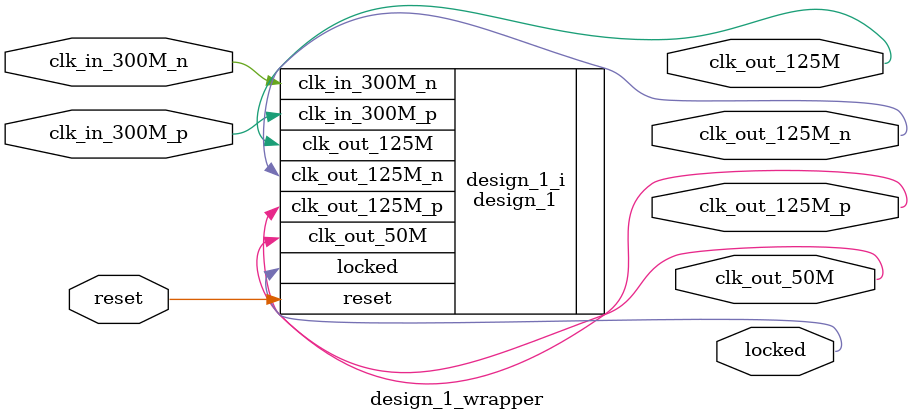
<source format=v>
`timescale 1 ps / 1 ps

module design_1_wrapper
   (clk_in_300M_n,
    clk_in_300M_p,
    clk_out_125M,
    clk_out_125M_n,
    clk_out_125M_p,
    clk_out_50M,
    locked,
    reset);
  input clk_in_300M_n;
  input clk_in_300M_p;
  output clk_out_125M;
  output clk_out_125M_n;
  output clk_out_125M_p;
  output clk_out_50M;
  output locked;
  input reset;

  wire clk_in_300M_n;
  wire clk_in_300M_p;
  wire clk_out_125M;
  wire clk_out_125M_n;
  wire clk_out_125M_p;
  wire clk_out_50M;
  wire locked;
  wire reset;

  design_1 design_1_i
       (.clk_in_300M_n(clk_in_300M_n),
        .clk_in_300M_p(clk_in_300M_p),
        .clk_out_125M(clk_out_125M),
        .clk_out_125M_n(clk_out_125M_n),
        .clk_out_125M_p(clk_out_125M_p),
        .clk_out_50M(clk_out_50M),
        .locked(locked),
        .reset(reset));
endmodule

</source>
